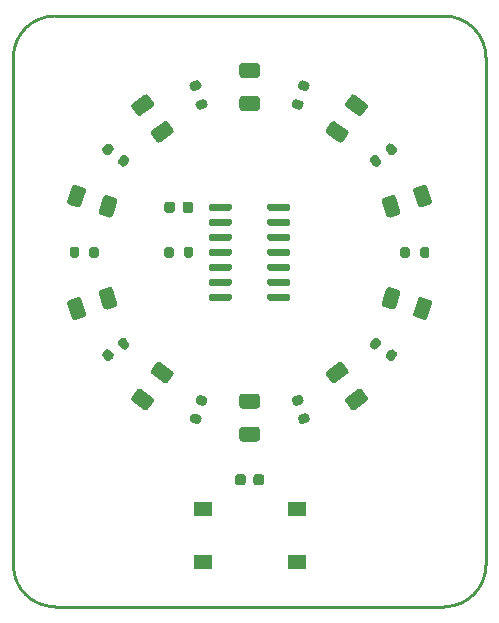
<source format=gbr>
G04 #@! TF.GenerationSoftware,KiCad,Pcbnew,(5.1.8)-1*
G04 #@! TF.CreationDate,2021-05-24T17:48:50-05:00*
G04 #@! TF.ProjectId,PIC16_Ring_of_Fire_Game,50494331-365f-4526-996e-675f6f665f46,1A*
G04 #@! TF.SameCoordinates,Original*
G04 #@! TF.FileFunction,Paste,Top*
G04 #@! TF.FilePolarity,Positive*
%FSLAX46Y46*%
G04 Gerber Fmt 4.6, Leading zero omitted, Abs format (unit mm)*
G04 Created by KiCad (PCBNEW (5.1.8)-1) date 2021-05-24 17:48:50*
%MOMM*%
%LPD*%
G01*
G04 APERTURE LIST*
G04 #@! TA.AperFunction,Profile*
%ADD10C,0.254000*%
G04 #@! TD*
%ADD11R,1.550000X1.300000*%
G04 APERTURE END LIST*
D10*
X83500000Y-125000000D02*
X116500000Y-125000000D01*
X120000000Y-121500000D02*
G75*
G02*
X116500000Y-125000000I-3500000J0D01*
G01*
X120000000Y-78500000D02*
X120000000Y-121500000D01*
X116500000Y-75000000D02*
G75*
G02*
X120000000Y-78500000I0J-3500000D01*
G01*
X83500000Y-75000000D02*
X116500000Y-75000000D01*
X80000000Y-78500000D02*
G75*
G02*
X83500000Y-75000000I3500000J0D01*
G01*
X83500000Y-125000000D02*
G75*
G02*
X80000000Y-121500000I0J3500000D01*
G01*
X80000000Y-78500000D02*
X80000000Y-121500000D01*
G36*
G01*
X95543555Y-82174388D02*
X96066636Y-82004429D01*
G75*
G02*
X96318650Y-82132837I61803J-190211D01*
G01*
X96442257Y-82513260D01*
G75*
G02*
X96313849Y-82765274I-190211J-61803D01*
G01*
X95790768Y-82935233D01*
G75*
G02*
X95538754Y-82806825I-61803J190211D01*
G01*
X95415147Y-82426402D01*
G75*
G02*
X95543555Y-82174388I190211J61803D01*
G01*
G37*
G36*
G01*
X95033677Y-80605144D02*
X95556758Y-80435185D01*
G75*
G02*
X95808772Y-80563593I61803J-190211D01*
G01*
X95932379Y-80944016D01*
G75*
G02*
X95803971Y-81196030I-190211J-61803D01*
G01*
X95280890Y-81365989D01*
G75*
G02*
X95028876Y-81237581I-61803J190211D01*
G01*
X94905269Y-80857158D01*
G75*
G02*
X95033677Y-80605144I190211J61803D01*
G01*
G37*
G36*
G01*
X88855955Y-87243296D02*
X89179237Y-86798336D01*
G75*
G02*
X89458597Y-86754090I161803J-117557D01*
G01*
X89782203Y-86989204D01*
G75*
G02*
X89826449Y-87268564I-117557J-161803D01*
G01*
X89503167Y-87713524D01*
G75*
G02*
X89223807Y-87757770I-161803J117557D01*
G01*
X88900201Y-87522656D01*
G75*
G02*
X88855955Y-87243296I117557J161803D01*
G01*
G37*
G36*
G01*
X87521077Y-86273450D02*
X87844359Y-85828490D01*
G75*
G02*
X88123719Y-85784244I161803J-117557D01*
G01*
X88447325Y-86019358D01*
G75*
G02*
X88491571Y-86298718I-117557J-161803D01*
G01*
X88168289Y-86743678D01*
G75*
G02*
X87888929Y-86787924I-161803J117557D01*
G01*
X87565323Y-86552810D01*
G75*
G02*
X87521077Y-86273450I117557J161803D01*
G01*
G37*
G36*
G01*
X86425000Y-95275000D02*
X86425000Y-94725000D01*
G75*
G02*
X86625000Y-94525000I200000J0D01*
G01*
X87025000Y-94525000D01*
G75*
G02*
X87225000Y-94725000I0J-200000D01*
G01*
X87225000Y-95275000D01*
G75*
G02*
X87025000Y-95475000I-200000J0D01*
G01*
X86625000Y-95475000D01*
G75*
G02*
X86425000Y-95275000I0J200000D01*
G01*
G37*
G36*
G01*
X84775000Y-95275000D02*
X84775000Y-94725000D01*
G75*
G02*
X84975000Y-94525000I200000J0D01*
G01*
X85375000Y-94525000D01*
G75*
G02*
X85575000Y-94725000I0J-200000D01*
G01*
X85575000Y-95275000D01*
G75*
G02*
X85375000Y-95475000I-200000J0D01*
G01*
X84975000Y-95475000D01*
G75*
G02*
X84775000Y-95275000I0J200000D01*
G01*
G37*
G36*
G01*
X89179237Y-103201664D02*
X88855955Y-102756704D01*
G75*
G02*
X88900201Y-102477344I161803J117557D01*
G01*
X89223807Y-102242230D01*
G75*
G02*
X89503167Y-102286476I117557J-161803D01*
G01*
X89826449Y-102731436D01*
G75*
G02*
X89782203Y-103010796I-161803J-117557D01*
G01*
X89458597Y-103245910D01*
G75*
G02*
X89179237Y-103201664I-117557J161803D01*
G01*
G37*
G36*
G01*
X87844359Y-104171510D02*
X87521077Y-103726550D01*
G75*
G02*
X87565323Y-103447190I161803J117557D01*
G01*
X87888929Y-103212076D01*
G75*
G02*
X88168289Y-103256322I117557J-161803D01*
G01*
X88491571Y-103701282D01*
G75*
G02*
X88447325Y-103980642I-161803J-117557D01*
G01*
X88123719Y-104215756D01*
G75*
G02*
X87844359Y-104171510I-117557J161803D01*
G01*
G37*
G36*
G01*
X96066636Y-107995571D02*
X95543555Y-107825612D01*
G75*
G02*
X95415147Y-107573598I61803J190211D01*
G01*
X95538754Y-107193175D01*
G75*
G02*
X95790768Y-107064767I190211J-61803D01*
G01*
X96313849Y-107234726D01*
G75*
G02*
X96442257Y-107486740I-61803J-190211D01*
G01*
X96318650Y-107867163D01*
G75*
G02*
X96066636Y-107995571I-190211J61803D01*
G01*
G37*
G36*
G01*
X95556758Y-109564815D02*
X95033677Y-109394856D01*
G75*
G02*
X94905269Y-109142842I61803J190211D01*
G01*
X95028876Y-108762419D01*
G75*
G02*
X95280890Y-108634011I190211J-61803D01*
G01*
X95803971Y-108803970D01*
G75*
G02*
X95932379Y-109055984I-61803J-190211D01*
G01*
X95808772Y-109436407D01*
G75*
G02*
X95556758Y-109564815I-190211J61803D01*
G01*
G37*
G36*
G01*
X104456445Y-107825612D02*
X103933364Y-107995571D01*
G75*
G02*
X103681350Y-107867163I-61803J190211D01*
G01*
X103557743Y-107486740D01*
G75*
G02*
X103686151Y-107234726I190211J61803D01*
G01*
X104209232Y-107064767D01*
G75*
G02*
X104461246Y-107193175I61803J-190211D01*
G01*
X104584853Y-107573598D01*
G75*
G02*
X104456445Y-107825612I-190211J-61803D01*
G01*
G37*
G36*
G01*
X104966323Y-109394856D02*
X104443242Y-109564815D01*
G75*
G02*
X104191228Y-109436407I-61803J190211D01*
G01*
X104067621Y-109055984D01*
G75*
G02*
X104196029Y-108803970I190211J61803D01*
G01*
X104719110Y-108634011D01*
G75*
G02*
X104971124Y-108762419I61803J-190211D01*
G01*
X105094731Y-109142842D01*
G75*
G02*
X104966323Y-109394856I-190211J-61803D01*
G01*
G37*
G36*
G01*
X111144045Y-102756704D02*
X110820763Y-103201664D01*
G75*
G02*
X110541403Y-103245910I-161803J117557D01*
G01*
X110217797Y-103010796D01*
G75*
G02*
X110173551Y-102731436I117557J161803D01*
G01*
X110496833Y-102286476D01*
G75*
G02*
X110776193Y-102242230I161803J-117557D01*
G01*
X111099799Y-102477344D01*
G75*
G02*
X111144045Y-102756704I-117557J-161803D01*
G01*
G37*
G36*
G01*
X112478923Y-103726550D02*
X112155641Y-104171510D01*
G75*
G02*
X111876281Y-104215756I-161803J117557D01*
G01*
X111552675Y-103980642D01*
G75*
G02*
X111508429Y-103701282I117557J161803D01*
G01*
X111831711Y-103256322D01*
G75*
G02*
X112111071Y-103212076I161803J-117557D01*
G01*
X112434677Y-103447190D01*
G75*
G02*
X112478923Y-103726550I-117557J-161803D01*
G01*
G37*
G36*
G01*
X113575000Y-94725000D02*
X113575000Y-95275000D01*
G75*
G02*
X113375000Y-95475000I-200000J0D01*
G01*
X112975000Y-95475000D01*
G75*
G02*
X112775000Y-95275000I0J200000D01*
G01*
X112775000Y-94725000D01*
G75*
G02*
X112975000Y-94525000I200000J0D01*
G01*
X113375000Y-94525000D01*
G75*
G02*
X113575000Y-94725000I0J-200000D01*
G01*
G37*
G36*
G01*
X115225000Y-94725000D02*
X115225000Y-95275000D01*
G75*
G02*
X115025000Y-95475000I-200000J0D01*
G01*
X114625000Y-95475000D01*
G75*
G02*
X114425000Y-95275000I0J200000D01*
G01*
X114425000Y-94725000D01*
G75*
G02*
X114625000Y-94525000I200000J0D01*
G01*
X115025000Y-94525000D01*
G75*
G02*
X115225000Y-94725000I0J-200000D01*
G01*
G37*
G36*
G01*
X112155641Y-85828490D02*
X112478923Y-86273450D01*
G75*
G02*
X112434677Y-86552810I-161803J-117557D01*
G01*
X112111071Y-86787924D01*
G75*
G02*
X111831711Y-86743678I-117557J161803D01*
G01*
X111508429Y-86298718D01*
G75*
G02*
X111552675Y-86019358I161803J117557D01*
G01*
X111876281Y-85784244D01*
G75*
G02*
X112155641Y-85828490I117557J-161803D01*
G01*
G37*
G36*
G01*
X110820763Y-86798336D02*
X111144045Y-87243296D01*
G75*
G02*
X111099799Y-87522656I-161803J-117557D01*
G01*
X110776193Y-87757770D01*
G75*
G02*
X110496833Y-87713524I-117557J161803D01*
G01*
X110173551Y-87268564D01*
G75*
G02*
X110217797Y-86989204I161803J117557D01*
G01*
X110541403Y-86754090D01*
G75*
G02*
X110820763Y-86798336I117557J-161803D01*
G01*
G37*
G36*
G01*
X103933364Y-82004429D02*
X104456445Y-82174388D01*
G75*
G02*
X104584853Y-82426402I-61803J-190211D01*
G01*
X104461246Y-82806825D01*
G75*
G02*
X104209232Y-82935233I-190211J61803D01*
G01*
X103686151Y-82765274D01*
G75*
G02*
X103557743Y-82513260I61803J190211D01*
G01*
X103681350Y-82132837D01*
G75*
G02*
X103933364Y-82004429I190211J-61803D01*
G01*
G37*
G36*
G01*
X104443242Y-80435185D02*
X104966323Y-80605144D01*
G75*
G02*
X105094731Y-80857158I-61803J-190211D01*
G01*
X104971124Y-81237581D01*
G75*
G02*
X104719110Y-81365989I-190211J61803D01*
G01*
X104196029Y-81196030D01*
G75*
G02*
X104067621Y-80944016I61803J190211D01*
G01*
X104191228Y-80563593D01*
G75*
G02*
X104443242Y-80435185I190211J-61803D01*
G01*
G37*
D11*
X103980000Y-116750000D03*
X103980000Y-121250000D03*
X96020000Y-121250000D03*
X96020000Y-116750000D03*
G36*
G01*
X91720904Y-84668116D02*
X92732175Y-83933385D01*
G75*
G02*
X93081375Y-83988693I146946J-202254D01*
G01*
X93522214Y-84595456D01*
G75*
G02*
X93466906Y-84944656I-202254J-146946D01*
G01*
X92455635Y-85679387D01*
G75*
G02*
X92106435Y-85624079I-146946J202254D01*
G01*
X91665596Y-85017316D01*
G75*
G02*
X91720904Y-84668116I202254J146946D01*
G01*
G37*
G36*
G01*
X90075106Y-82402868D02*
X91086377Y-81668137D01*
G75*
G02*
X91435577Y-81723445I146946J-202254D01*
G01*
X91876416Y-82330208D01*
G75*
G02*
X91821108Y-82679408I-202254J-146946D01*
G01*
X90809837Y-83414139D01*
G75*
G02*
X90460637Y-83358831I-146946J202254D01*
G01*
X90019798Y-82752068D01*
G75*
G02*
X90075106Y-82402868I202254J146946D01*
G01*
G37*
G36*
G01*
X87229142Y-91507661D02*
X87615413Y-90318840D01*
G75*
G02*
X87930431Y-90158330I237764J-77254D01*
G01*
X88643724Y-90390093D01*
G75*
G02*
X88804234Y-90705111I-77254J-237764D01*
G01*
X88417963Y-91893932D01*
G75*
G02*
X88102945Y-92054442I-237764J77254D01*
G01*
X87389652Y-91822679D01*
G75*
G02*
X87229142Y-91507661I77254J237764D01*
G01*
G37*
G36*
G01*
X84566184Y-90642413D02*
X84952455Y-89453592D01*
G75*
G02*
X85267473Y-89293082I237764J-77254D01*
G01*
X85980766Y-89524845D01*
G75*
G02*
X86141276Y-89839863I-77254J-237764D01*
G01*
X85755005Y-91028684D01*
G75*
G02*
X85439987Y-91189194I-237764J77254D01*
G01*
X84726694Y-90957431D01*
G75*
G02*
X84566184Y-90642413I77254J237764D01*
G01*
G37*
G36*
G01*
X87615413Y-99681160D02*
X87229142Y-98492339D01*
G75*
G02*
X87389652Y-98177321I237764J77254D01*
G01*
X88102945Y-97945558D01*
G75*
G02*
X88417963Y-98106068I77254J-237764D01*
G01*
X88804234Y-99294889D01*
G75*
G02*
X88643724Y-99609907I-237764J-77254D01*
G01*
X87930431Y-99841670D01*
G75*
G02*
X87615413Y-99681160I-77254J237764D01*
G01*
G37*
G36*
G01*
X84952455Y-100546408D02*
X84566184Y-99357587D01*
G75*
G02*
X84726694Y-99042569I237764J77254D01*
G01*
X85439987Y-98810806D01*
G75*
G02*
X85755005Y-98971316I77254J-237764D01*
G01*
X86141276Y-100160137D01*
G75*
G02*
X85980766Y-100475155I-237764J-77254D01*
G01*
X85267473Y-100706918D01*
G75*
G02*
X84952455Y-100546408I-77254J237764D01*
G01*
G37*
G36*
G01*
X92732175Y-106066615D02*
X91720904Y-105331884D01*
G75*
G02*
X91665596Y-104982684I146946J202254D01*
G01*
X92106435Y-104375921D01*
G75*
G02*
X92455635Y-104320613I202254J-146946D01*
G01*
X93466906Y-105055344D01*
G75*
G02*
X93522214Y-105404544I-146946J-202254D01*
G01*
X93081375Y-106011307D01*
G75*
G02*
X92732175Y-106066615I-202254J146946D01*
G01*
G37*
G36*
G01*
X91086377Y-108331863D02*
X90075106Y-107597132D01*
G75*
G02*
X90019798Y-107247932I146946J202254D01*
G01*
X90460637Y-106641169D01*
G75*
G02*
X90809837Y-106585861I202254J-146946D01*
G01*
X91821108Y-107320592D01*
G75*
G02*
X91876416Y-107669792I-146946J-202254D01*
G01*
X91435577Y-108276555D01*
G75*
G02*
X91086377Y-108331863I-202254J146946D01*
G01*
G37*
G36*
G01*
X100625000Y-108225000D02*
X99375000Y-108225000D01*
G75*
G02*
X99125000Y-107975000I0J250000D01*
G01*
X99125000Y-107225000D01*
G75*
G02*
X99375000Y-106975000I250000J0D01*
G01*
X100625000Y-106975000D01*
G75*
G02*
X100875000Y-107225000I0J-250000D01*
G01*
X100875000Y-107975000D01*
G75*
G02*
X100625000Y-108225000I-250000J0D01*
G01*
G37*
G36*
G01*
X100625000Y-111025000D02*
X99375000Y-111025000D01*
G75*
G02*
X99125000Y-110775000I0J250000D01*
G01*
X99125000Y-110025000D01*
G75*
G02*
X99375000Y-109775000I250000J0D01*
G01*
X100625000Y-109775000D01*
G75*
G02*
X100875000Y-110025000I0J-250000D01*
G01*
X100875000Y-110775000D01*
G75*
G02*
X100625000Y-111025000I-250000J0D01*
G01*
G37*
G36*
G01*
X109924894Y-107597132D02*
X108913623Y-108331863D01*
G75*
G02*
X108564423Y-108276555I-146946J202254D01*
G01*
X108123584Y-107669792D01*
G75*
G02*
X108178892Y-107320592I202254J146946D01*
G01*
X109190163Y-106585861D01*
G75*
G02*
X109539363Y-106641169I146946J-202254D01*
G01*
X109980202Y-107247932D01*
G75*
G02*
X109924894Y-107597132I-202254J-146946D01*
G01*
G37*
G36*
G01*
X108279096Y-105331884D02*
X107267825Y-106066615D01*
G75*
G02*
X106918625Y-106011307I-146946J202254D01*
G01*
X106477786Y-105404544D01*
G75*
G02*
X106533094Y-105055344I202254J146946D01*
G01*
X107544365Y-104320613D01*
G75*
G02*
X107893565Y-104375921I146946J-202254D01*
G01*
X108334404Y-104982684D01*
G75*
G02*
X108279096Y-105331884I-202254J-146946D01*
G01*
G37*
G36*
G01*
X112770858Y-98492339D02*
X112384587Y-99681160D01*
G75*
G02*
X112069569Y-99841670I-237764J77254D01*
G01*
X111356276Y-99609907D01*
G75*
G02*
X111195766Y-99294889I77254J237764D01*
G01*
X111582037Y-98106068D01*
G75*
G02*
X111897055Y-97945558I237764J-77254D01*
G01*
X112610348Y-98177321D01*
G75*
G02*
X112770858Y-98492339I-77254J-237764D01*
G01*
G37*
G36*
G01*
X115433816Y-99357587D02*
X115047545Y-100546408D01*
G75*
G02*
X114732527Y-100706918I-237764J77254D01*
G01*
X114019234Y-100475155D01*
G75*
G02*
X113858724Y-100160137I77254J237764D01*
G01*
X114244995Y-98971316D01*
G75*
G02*
X114560013Y-98810806I237764J-77254D01*
G01*
X115273306Y-99042569D01*
G75*
G02*
X115433816Y-99357587I-77254J-237764D01*
G01*
G37*
G36*
G01*
X112384587Y-90318840D02*
X112770858Y-91507661D01*
G75*
G02*
X112610348Y-91822679I-237764J-77254D01*
G01*
X111897055Y-92054442D01*
G75*
G02*
X111582037Y-91893932I-77254J237764D01*
G01*
X111195766Y-90705111D01*
G75*
G02*
X111356276Y-90390093I237764J77254D01*
G01*
X112069569Y-90158330D01*
G75*
G02*
X112384587Y-90318840I77254J-237764D01*
G01*
G37*
G36*
G01*
X115047545Y-89453592D02*
X115433816Y-90642413D01*
G75*
G02*
X115273306Y-90957431I-237764J-77254D01*
G01*
X114560013Y-91189194D01*
G75*
G02*
X114244995Y-91028684I-77254J237764D01*
G01*
X113858724Y-89839863D01*
G75*
G02*
X114019234Y-89524845I237764J77254D01*
G01*
X114732527Y-89293082D01*
G75*
G02*
X115047545Y-89453592I77254J-237764D01*
G01*
G37*
G36*
G01*
X107267825Y-83933385D02*
X108279096Y-84668116D01*
G75*
G02*
X108334404Y-85017316I-146946J-202254D01*
G01*
X107893565Y-85624079D01*
G75*
G02*
X107544365Y-85679387I-202254J146946D01*
G01*
X106533094Y-84944656D01*
G75*
G02*
X106477786Y-84595456I146946J202254D01*
G01*
X106918625Y-83988693D01*
G75*
G02*
X107267825Y-83933385I202254J-146946D01*
G01*
G37*
G36*
G01*
X108913623Y-81668137D02*
X109924894Y-82402868D01*
G75*
G02*
X109980202Y-82752068I-146946J-202254D01*
G01*
X109539363Y-83358831D01*
G75*
G02*
X109190163Y-83414139I-202254J146946D01*
G01*
X108178892Y-82679408D01*
G75*
G02*
X108123584Y-82330208I146946J202254D01*
G01*
X108564423Y-81723445D01*
G75*
G02*
X108913623Y-81668137I202254J-146946D01*
G01*
G37*
G36*
G01*
X99375000Y-78975000D02*
X100625000Y-78975000D01*
G75*
G02*
X100875000Y-79225000I0J-250000D01*
G01*
X100875000Y-79975000D01*
G75*
G02*
X100625000Y-80225000I-250000J0D01*
G01*
X99375000Y-80225000D01*
G75*
G02*
X99125000Y-79975000I0J250000D01*
G01*
X99125000Y-79225000D01*
G75*
G02*
X99375000Y-78975000I250000J0D01*
G01*
G37*
G36*
G01*
X99375000Y-81775000D02*
X100625000Y-81775000D01*
G75*
G02*
X100875000Y-82025000I0J-250000D01*
G01*
X100875000Y-82775000D01*
G75*
G02*
X100625000Y-83025000I-250000J0D01*
G01*
X99375000Y-83025000D01*
G75*
G02*
X99125000Y-82775000I0J250000D01*
G01*
X99125000Y-82025000D01*
G75*
G02*
X99375000Y-81775000I250000J0D01*
G01*
G37*
G36*
G01*
X101500000Y-91340000D02*
X101500000Y-91040000D01*
G75*
G02*
X101650000Y-90890000I150000J0D01*
G01*
X103300000Y-90890000D01*
G75*
G02*
X103450000Y-91040000I0J-150000D01*
G01*
X103450000Y-91340000D01*
G75*
G02*
X103300000Y-91490000I-150000J0D01*
G01*
X101650000Y-91490000D01*
G75*
G02*
X101500000Y-91340000I0J150000D01*
G01*
G37*
G36*
G01*
X101500000Y-92610000D02*
X101500000Y-92310000D01*
G75*
G02*
X101650000Y-92160000I150000J0D01*
G01*
X103300000Y-92160000D01*
G75*
G02*
X103450000Y-92310000I0J-150000D01*
G01*
X103450000Y-92610000D01*
G75*
G02*
X103300000Y-92760000I-150000J0D01*
G01*
X101650000Y-92760000D01*
G75*
G02*
X101500000Y-92610000I0J150000D01*
G01*
G37*
G36*
G01*
X101500000Y-93880000D02*
X101500000Y-93580000D01*
G75*
G02*
X101650000Y-93430000I150000J0D01*
G01*
X103300000Y-93430000D01*
G75*
G02*
X103450000Y-93580000I0J-150000D01*
G01*
X103450000Y-93880000D01*
G75*
G02*
X103300000Y-94030000I-150000J0D01*
G01*
X101650000Y-94030000D01*
G75*
G02*
X101500000Y-93880000I0J150000D01*
G01*
G37*
G36*
G01*
X101500000Y-95150000D02*
X101500000Y-94850000D01*
G75*
G02*
X101650000Y-94700000I150000J0D01*
G01*
X103300000Y-94700000D01*
G75*
G02*
X103450000Y-94850000I0J-150000D01*
G01*
X103450000Y-95150000D01*
G75*
G02*
X103300000Y-95300000I-150000J0D01*
G01*
X101650000Y-95300000D01*
G75*
G02*
X101500000Y-95150000I0J150000D01*
G01*
G37*
G36*
G01*
X101500000Y-96420000D02*
X101500000Y-96120000D01*
G75*
G02*
X101650000Y-95970000I150000J0D01*
G01*
X103300000Y-95970000D01*
G75*
G02*
X103450000Y-96120000I0J-150000D01*
G01*
X103450000Y-96420000D01*
G75*
G02*
X103300000Y-96570000I-150000J0D01*
G01*
X101650000Y-96570000D01*
G75*
G02*
X101500000Y-96420000I0J150000D01*
G01*
G37*
G36*
G01*
X101500000Y-97690000D02*
X101500000Y-97390000D01*
G75*
G02*
X101650000Y-97240000I150000J0D01*
G01*
X103300000Y-97240000D01*
G75*
G02*
X103450000Y-97390000I0J-150000D01*
G01*
X103450000Y-97690000D01*
G75*
G02*
X103300000Y-97840000I-150000J0D01*
G01*
X101650000Y-97840000D01*
G75*
G02*
X101500000Y-97690000I0J150000D01*
G01*
G37*
G36*
G01*
X101500000Y-98960000D02*
X101500000Y-98660000D01*
G75*
G02*
X101650000Y-98510000I150000J0D01*
G01*
X103300000Y-98510000D01*
G75*
G02*
X103450000Y-98660000I0J-150000D01*
G01*
X103450000Y-98960000D01*
G75*
G02*
X103300000Y-99110000I-150000J0D01*
G01*
X101650000Y-99110000D01*
G75*
G02*
X101500000Y-98960000I0J150000D01*
G01*
G37*
G36*
G01*
X96550000Y-98960000D02*
X96550000Y-98660000D01*
G75*
G02*
X96700000Y-98510000I150000J0D01*
G01*
X98350000Y-98510000D01*
G75*
G02*
X98500000Y-98660000I0J-150000D01*
G01*
X98500000Y-98960000D01*
G75*
G02*
X98350000Y-99110000I-150000J0D01*
G01*
X96700000Y-99110000D01*
G75*
G02*
X96550000Y-98960000I0J150000D01*
G01*
G37*
G36*
G01*
X96550000Y-97690000D02*
X96550000Y-97390000D01*
G75*
G02*
X96700000Y-97240000I150000J0D01*
G01*
X98350000Y-97240000D01*
G75*
G02*
X98500000Y-97390000I0J-150000D01*
G01*
X98500000Y-97690000D01*
G75*
G02*
X98350000Y-97840000I-150000J0D01*
G01*
X96700000Y-97840000D01*
G75*
G02*
X96550000Y-97690000I0J150000D01*
G01*
G37*
G36*
G01*
X96550000Y-96420000D02*
X96550000Y-96120000D01*
G75*
G02*
X96700000Y-95970000I150000J0D01*
G01*
X98350000Y-95970000D01*
G75*
G02*
X98500000Y-96120000I0J-150000D01*
G01*
X98500000Y-96420000D01*
G75*
G02*
X98350000Y-96570000I-150000J0D01*
G01*
X96700000Y-96570000D01*
G75*
G02*
X96550000Y-96420000I0J150000D01*
G01*
G37*
G36*
G01*
X96550000Y-95150000D02*
X96550000Y-94850000D01*
G75*
G02*
X96700000Y-94700000I150000J0D01*
G01*
X98350000Y-94700000D01*
G75*
G02*
X98500000Y-94850000I0J-150000D01*
G01*
X98500000Y-95150000D01*
G75*
G02*
X98350000Y-95300000I-150000J0D01*
G01*
X96700000Y-95300000D01*
G75*
G02*
X96550000Y-95150000I0J150000D01*
G01*
G37*
G36*
G01*
X96550000Y-93880000D02*
X96550000Y-93580000D01*
G75*
G02*
X96700000Y-93430000I150000J0D01*
G01*
X98350000Y-93430000D01*
G75*
G02*
X98500000Y-93580000I0J-150000D01*
G01*
X98500000Y-93880000D01*
G75*
G02*
X98350000Y-94030000I-150000J0D01*
G01*
X96700000Y-94030000D01*
G75*
G02*
X96550000Y-93880000I0J150000D01*
G01*
G37*
G36*
G01*
X96550000Y-92610000D02*
X96550000Y-92310000D01*
G75*
G02*
X96700000Y-92160000I150000J0D01*
G01*
X98350000Y-92160000D01*
G75*
G02*
X98500000Y-92310000I0J-150000D01*
G01*
X98500000Y-92610000D01*
G75*
G02*
X98350000Y-92760000I-150000J0D01*
G01*
X96700000Y-92760000D01*
G75*
G02*
X96550000Y-92610000I0J150000D01*
G01*
G37*
G36*
G01*
X96550000Y-91340000D02*
X96550000Y-91040000D01*
G75*
G02*
X96700000Y-90890000I150000J0D01*
G01*
X98350000Y-90890000D01*
G75*
G02*
X98500000Y-91040000I0J-150000D01*
G01*
X98500000Y-91340000D01*
G75*
G02*
X98350000Y-91490000I-150000J0D01*
G01*
X96700000Y-91490000D01*
G75*
G02*
X96550000Y-91340000I0J150000D01*
G01*
G37*
G36*
G01*
X94425000Y-95275000D02*
X94425000Y-94725000D01*
G75*
G02*
X94625000Y-94525000I200000J0D01*
G01*
X95025000Y-94525000D01*
G75*
G02*
X95225000Y-94725000I0J-200000D01*
G01*
X95225000Y-95275000D01*
G75*
G02*
X95025000Y-95475000I-200000J0D01*
G01*
X94625000Y-95475000D01*
G75*
G02*
X94425000Y-95275000I0J200000D01*
G01*
G37*
G36*
G01*
X92775000Y-95275000D02*
X92775000Y-94725000D01*
G75*
G02*
X92975000Y-94525000I200000J0D01*
G01*
X93375000Y-94525000D01*
G75*
G02*
X93575000Y-94725000I0J-200000D01*
G01*
X93575000Y-95275000D01*
G75*
G02*
X93375000Y-95475000I-200000J0D01*
G01*
X92975000Y-95475000D01*
G75*
G02*
X92775000Y-95275000I0J200000D01*
G01*
G37*
G36*
G01*
X99675000Y-114000000D02*
X99675000Y-114500000D01*
G75*
G02*
X99450000Y-114725000I-225000J0D01*
G01*
X99000000Y-114725000D01*
G75*
G02*
X98775000Y-114500000I0J225000D01*
G01*
X98775000Y-114000000D01*
G75*
G02*
X99000000Y-113775000I225000J0D01*
G01*
X99450000Y-113775000D01*
G75*
G02*
X99675000Y-114000000I0J-225000D01*
G01*
G37*
G36*
G01*
X101225000Y-114000000D02*
X101225000Y-114500000D01*
G75*
G02*
X101000000Y-114725000I-225000J0D01*
G01*
X100550000Y-114725000D01*
G75*
G02*
X100325000Y-114500000I0J225000D01*
G01*
X100325000Y-114000000D01*
G75*
G02*
X100550000Y-113775000I225000J0D01*
G01*
X101000000Y-113775000D01*
G75*
G02*
X101225000Y-114000000I0J-225000D01*
G01*
G37*
G36*
G01*
X93675000Y-90940000D02*
X93675000Y-91440000D01*
G75*
G02*
X93450000Y-91665000I-225000J0D01*
G01*
X93000000Y-91665000D01*
G75*
G02*
X92775000Y-91440000I0J225000D01*
G01*
X92775000Y-90940000D01*
G75*
G02*
X93000000Y-90715000I225000J0D01*
G01*
X93450000Y-90715000D01*
G75*
G02*
X93675000Y-90940000I0J-225000D01*
G01*
G37*
G36*
G01*
X95225000Y-90940000D02*
X95225000Y-91440000D01*
G75*
G02*
X95000000Y-91665000I-225000J0D01*
G01*
X94550000Y-91665000D01*
G75*
G02*
X94325000Y-91440000I0J225000D01*
G01*
X94325000Y-90940000D01*
G75*
G02*
X94550000Y-90715000I225000J0D01*
G01*
X95000000Y-90715000D01*
G75*
G02*
X95225000Y-90940000I0J-225000D01*
G01*
G37*
M02*

</source>
